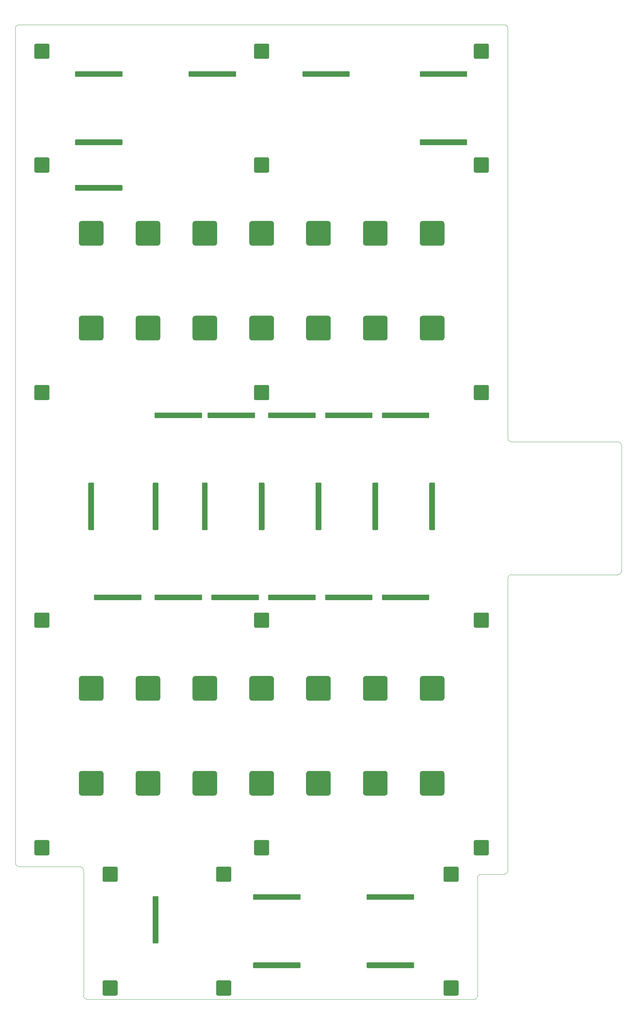
<source format=gbr>
G04 #@! TF.GenerationSoftware,KiCad,Pcbnew,6.0.10+dfsg-1~bpo11+1*
G04 #@! TF.ProjectId,main,6d61696e-2e6b-4696-9361-645f70636258,5.0*
G04 #@! TF.SameCoordinates,Original*
G04 #@! TF.FileFunction,Soldermask,Bot*
G04 #@! TF.FilePolarity,Negative*
%FSLAX46Y46*%
G04 Gerber Fmt 4.6, Leading zero omitted, Abs format (unit mm)*
%MOMM*%
%LPD*%
G01*
G04 APERTURE LIST*
G04 #@! TA.AperFunction,Profile*
%ADD10C,0.120000*%
G04 #@! TD*
G04 APERTURE END LIST*
D10*
X94280000Y-276320000D02*
X94280000Y-243320000D01*
X198280000Y-245320000D02*
X198280000Y-276320000D01*
X235280000Y-165320000D02*
X207280000Y-165320000D01*
X197280000Y-277320000D02*
X95280000Y-277320000D01*
X93280000Y-242320000D02*
X77280000Y-242320000D01*
X206280000Y-21320000D02*
X206280000Y-129320000D01*
X76280000Y-241320000D02*
X76280000Y-21320000D01*
X207280000Y-130320000D02*
X235280000Y-130320000D01*
X236280000Y-131320000D02*
X236280000Y-164320000D01*
X206280000Y-166320000D02*
X206280000Y-243320000D01*
X77280000Y-20320000D02*
X205280000Y-20320000D01*
X205280000Y-244320000D02*
X199280000Y-244320000D01*
X206280000Y-129320000D02*
G75*
G03*
X207280000Y-130320000I1000000J0D01*
G01*
X206280000Y-21320000D02*
G75*
G03*
X205280000Y-20320000I-1000000J0D01*
G01*
X207280000Y-165320000D02*
G75*
G03*
X206280000Y-166320000I0J-1000000D01*
G01*
X205280000Y-244320000D02*
G75*
G03*
X206280000Y-243320000I0J1000000D01*
G01*
X94280000Y-243320000D02*
G75*
G03*
X93280000Y-242320000I-1000000J0D01*
G01*
X199280000Y-244320000D02*
G75*
G03*
X198280000Y-245320000I0J-1000000D01*
G01*
X197280000Y-277320000D02*
G75*
G03*
X198280000Y-276320000I0J1000000D01*
G01*
X76280000Y-241320000D02*
G75*
G03*
X77280000Y-242320000I999999J-1D01*
G01*
X235280000Y-165320000D02*
G75*
G03*
X236280000Y-164320000I0J1000000D01*
G01*
X77280000Y-20320000D02*
G75*
G03*
X76280000Y-21320000I-1J-999999D01*
G01*
X236280000Y-131320000D02*
G75*
G03*
X235280000Y-130320000I-1000000J0D01*
G01*
X94280000Y-276320000D02*
G75*
G03*
X95280000Y-277320000I1000000J0D01*
G01*
G36*
G01*
X99280000Y-275920000D02*
X99280000Y-272720000D01*
G75*
G02*
X99680000Y-272320000I400000J0D01*
G01*
X102880000Y-272320000D01*
G75*
G02*
X103280000Y-272720000I0J-400000D01*
G01*
X103280000Y-275920000D01*
G75*
G02*
X102880000Y-276320000I-400000J0D01*
G01*
X99680000Y-276320000D01*
G75*
G02*
X99280000Y-275920000I0J400000D01*
G01*
G37*
G36*
G01*
X139280000Y-178920000D02*
X139280000Y-175720000D01*
G75*
G02*
X139680000Y-175320000I400000J0D01*
G01*
X142880000Y-175320000D01*
G75*
G02*
X143280000Y-175720000I0J-400000D01*
G01*
X143280000Y-178920000D01*
G75*
G02*
X142880000Y-179320000I-400000J0D01*
G01*
X139680000Y-179320000D01*
G75*
G02*
X139280000Y-178920000I0J400000D01*
G01*
G37*
G36*
G01*
X81280000Y-238920000D02*
X81280000Y-235720000D01*
G75*
G02*
X81680000Y-235320000I400000J0D01*
G01*
X84880000Y-235320000D01*
G75*
G02*
X85280000Y-235720000I0J-400000D01*
G01*
X85280000Y-238920000D01*
G75*
G02*
X84880000Y-239320000I-400000J0D01*
G01*
X81680000Y-239320000D01*
G75*
G02*
X81280000Y-238920000I0J400000D01*
G01*
G37*
G36*
G01*
X81280000Y-178920000D02*
X81280000Y-175720000D01*
G75*
G02*
X81680000Y-175320000I400000J0D01*
G01*
X84880000Y-175320000D01*
G75*
G02*
X85280000Y-175720000I0J-400000D01*
G01*
X85280000Y-178920000D01*
G75*
G02*
X84880000Y-179320000I-400000J0D01*
G01*
X81680000Y-179320000D01*
G75*
G02*
X81280000Y-178920000I0J400000D01*
G01*
G37*
G36*
G01*
X189280000Y-275920000D02*
X189280000Y-272720000D01*
G75*
G02*
X189680000Y-272320000I400000J0D01*
G01*
X192880000Y-272320000D01*
G75*
G02*
X193280000Y-272720000I0J-400000D01*
G01*
X193280000Y-275920000D01*
G75*
G02*
X192880000Y-276320000I-400000J0D01*
G01*
X189680000Y-276320000D01*
G75*
G02*
X189280000Y-275920000I0J400000D01*
G01*
G37*
G36*
G01*
X129280000Y-245920000D02*
X129280000Y-242720000D01*
G75*
G02*
X129680000Y-242320000I400000J0D01*
G01*
X132880000Y-242320000D01*
G75*
G02*
X133280000Y-242720000I0J-400000D01*
G01*
X133280000Y-245920000D01*
G75*
G02*
X132880000Y-246320000I-400000J0D01*
G01*
X129680000Y-246320000D01*
G75*
G02*
X129280000Y-245920000I0J400000D01*
G01*
G37*
G36*
G01*
X139280000Y-58920000D02*
X139280000Y-55720000D01*
G75*
G02*
X139680000Y-55320000I400000J0D01*
G01*
X142880000Y-55320000D01*
G75*
G02*
X143280000Y-55720000I0J-400000D01*
G01*
X143280000Y-58920000D01*
G75*
G02*
X142880000Y-59320000I-400000J0D01*
G01*
X139680000Y-59320000D01*
G75*
G02*
X139280000Y-58920000I0J400000D01*
G01*
G37*
G36*
G01*
X139280000Y-118920000D02*
X139280000Y-115720000D01*
G75*
G02*
X139680000Y-115320000I400000J0D01*
G01*
X142880000Y-115320000D01*
G75*
G02*
X143280000Y-115720000I0J-400000D01*
G01*
X143280000Y-118920000D01*
G75*
G02*
X142880000Y-119320000I-400000J0D01*
G01*
X139680000Y-119320000D01*
G75*
G02*
X139280000Y-118920000I0J400000D01*
G01*
G37*
G36*
G01*
X197280000Y-28920000D02*
X197280000Y-25720000D01*
G75*
G02*
X197680000Y-25320000I400000J0D01*
G01*
X200880000Y-25320000D01*
G75*
G02*
X201280000Y-25720000I0J-400000D01*
G01*
X201280000Y-28920000D01*
G75*
G02*
X200880000Y-29320000I-400000J0D01*
G01*
X197680000Y-29320000D01*
G75*
G02*
X197280000Y-28920000I0J400000D01*
G01*
G37*
G36*
G01*
X197280000Y-178920000D02*
X197280000Y-175720000D01*
G75*
G02*
X197680000Y-175320000I400000J0D01*
G01*
X200880000Y-175320000D01*
G75*
G02*
X201280000Y-175720000I0J-400000D01*
G01*
X201280000Y-178920000D01*
G75*
G02*
X200880000Y-179320000I-400000J0D01*
G01*
X197680000Y-179320000D01*
G75*
G02*
X197280000Y-178920000I0J400000D01*
G01*
G37*
G36*
G01*
X99280000Y-245920000D02*
X99280000Y-242720000D01*
G75*
G02*
X99680000Y-242320000I400000J0D01*
G01*
X102880000Y-242320000D01*
G75*
G02*
X103280000Y-242720000I0J-400000D01*
G01*
X103280000Y-245920000D01*
G75*
G02*
X102880000Y-246320000I-400000J0D01*
G01*
X99680000Y-246320000D01*
G75*
G02*
X99280000Y-245920000I0J400000D01*
G01*
G37*
G36*
G01*
X81280000Y-118920000D02*
X81280000Y-115720000D01*
G75*
G02*
X81680000Y-115320000I400000J0D01*
G01*
X84880000Y-115320000D01*
G75*
G02*
X85280000Y-115720000I0J-400000D01*
G01*
X85280000Y-118920000D01*
G75*
G02*
X84880000Y-119320000I-400000J0D01*
G01*
X81680000Y-119320000D01*
G75*
G02*
X81280000Y-118920000I0J400000D01*
G01*
G37*
G36*
G01*
X189280000Y-245920000D02*
X189280000Y-242720000D01*
G75*
G02*
X189680000Y-242320000I400000J0D01*
G01*
X192880000Y-242320000D01*
G75*
G02*
X193280000Y-242720000I0J-400000D01*
G01*
X193280000Y-245920000D01*
G75*
G02*
X192880000Y-246320000I-400000J0D01*
G01*
X189680000Y-246320000D01*
G75*
G02*
X189280000Y-245920000I0J400000D01*
G01*
G37*
G36*
G01*
X129280000Y-275920000D02*
X129280000Y-272720000D01*
G75*
G02*
X129680000Y-272320000I400000J0D01*
G01*
X132880000Y-272320000D01*
G75*
G02*
X133280000Y-272720000I0J-400000D01*
G01*
X133280000Y-275920000D01*
G75*
G02*
X132880000Y-276320000I-400000J0D01*
G01*
X129680000Y-276320000D01*
G75*
G02*
X129280000Y-275920000I0J400000D01*
G01*
G37*
G36*
G01*
X139280000Y-28920000D02*
X139280000Y-25720000D01*
G75*
G02*
X139680000Y-25320000I400000J0D01*
G01*
X142880000Y-25320000D01*
G75*
G02*
X143280000Y-25720000I0J-400000D01*
G01*
X143280000Y-28920000D01*
G75*
G02*
X142880000Y-29320000I-400000J0D01*
G01*
X139680000Y-29320000D01*
G75*
G02*
X139280000Y-28920000I0J400000D01*
G01*
G37*
G36*
G01*
X81280000Y-58920000D02*
X81280000Y-55720000D01*
G75*
G02*
X81680000Y-55320000I400000J0D01*
G01*
X84880000Y-55320000D01*
G75*
G02*
X85280000Y-55720000I0J-400000D01*
G01*
X85280000Y-58920000D01*
G75*
G02*
X84880000Y-59320000I-400000J0D01*
G01*
X81680000Y-59320000D01*
G75*
G02*
X81280000Y-58920000I0J400000D01*
G01*
G37*
G36*
G01*
X197280000Y-238920000D02*
X197280000Y-235720000D01*
G75*
G02*
X197680000Y-235320000I400000J0D01*
G01*
X200880000Y-235320000D01*
G75*
G02*
X201280000Y-235720000I0J-400000D01*
G01*
X201280000Y-238920000D01*
G75*
G02*
X200880000Y-239320000I-400000J0D01*
G01*
X197680000Y-239320000D01*
G75*
G02*
X197280000Y-238920000I0J400000D01*
G01*
G37*
G36*
G01*
X197280000Y-118920000D02*
X197280000Y-115720000D01*
G75*
G02*
X197680000Y-115320000I400000J0D01*
G01*
X200880000Y-115320000D01*
G75*
G02*
X201280000Y-115720000I0J-400000D01*
G01*
X201280000Y-118920000D01*
G75*
G02*
X200880000Y-119320000I-400000J0D01*
G01*
X197680000Y-119320000D01*
G75*
G02*
X197280000Y-118920000I0J400000D01*
G01*
G37*
G36*
G01*
X197280000Y-58920000D02*
X197280000Y-55720000D01*
G75*
G02*
X197680000Y-55320000I400000J0D01*
G01*
X200880000Y-55320000D01*
G75*
G02*
X201280000Y-55720000I0J-400000D01*
G01*
X201280000Y-58920000D01*
G75*
G02*
X200880000Y-59320000I-400000J0D01*
G01*
X197680000Y-59320000D01*
G75*
G02*
X197280000Y-58920000I0J400000D01*
G01*
G37*
G36*
G01*
X81280000Y-28920000D02*
X81280000Y-25720000D01*
G75*
G02*
X81680000Y-25320000I400000J0D01*
G01*
X84880000Y-25320000D01*
G75*
G02*
X85280000Y-25720000I0J-400000D01*
G01*
X85280000Y-28920000D01*
G75*
G02*
X84880000Y-29320000I-400000J0D01*
G01*
X81680000Y-29320000D01*
G75*
G02*
X81280000Y-28920000I0J400000D01*
G01*
G37*
G36*
G01*
X139280000Y-238920000D02*
X139280000Y-235720000D01*
G75*
G02*
X139680000Y-235320000I400000J0D01*
G01*
X142880000Y-235320000D01*
G75*
G02*
X143280000Y-235720000I0J-400000D01*
G01*
X143280000Y-238920000D01*
G75*
G02*
X142880000Y-239320000I-400000J0D01*
G01*
X139680000Y-239320000D01*
G75*
G02*
X139280000Y-238920000I0J400000D01*
G01*
G37*
G36*
G01*
X183030000Y-33920000D02*
X183030000Y-32720000D01*
G75*
G02*
X183180000Y-32570000I150000J0D01*
G01*
X195380000Y-32570000D01*
G75*
G02*
X195530000Y-32720000I0J-150000D01*
G01*
X195530000Y-33920000D01*
G75*
G02*
X195380000Y-34070000I-150000J0D01*
G01*
X183180000Y-34070000D01*
G75*
G02*
X183030000Y-33920000I0J150000D01*
G01*
G37*
G36*
G01*
X139030000Y-268920000D02*
X139030000Y-267720000D01*
G75*
G02*
X139180000Y-267570000I150000J0D01*
G01*
X151380000Y-267570000D01*
G75*
G02*
X151530000Y-267720000I0J-150000D01*
G01*
X151530000Y-268920000D01*
G75*
G02*
X151380000Y-269070000I-150000J0D01*
G01*
X139180000Y-269070000D01*
G75*
G02*
X139030000Y-268920000I0J150000D01*
G01*
G37*
G36*
G01*
X140680000Y-141070000D02*
X141880000Y-141070000D01*
G75*
G02*
X142030000Y-141220000I0J-150000D01*
G01*
X142030000Y-153420000D01*
G75*
G02*
X141880000Y-153570000I-150000J0D01*
G01*
X140680000Y-153570000D01*
G75*
G02*
X140530000Y-153420000I0J150000D01*
G01*
X140530000Y-141220000D01*
G75*
G02*
X140680000Y-141070000I150000J0D01*
G01*
G37*
G36*
G01*
X104530000Y-32720000D02*
X104530000Y-33920000D01*
G75*
G02*
X104380000Y-34070000I-150000J0D01*
G01*
X92180000Y-34070000D01*
G75*
G02*
X92030000Y-33920000I0J150000D01*
G01*
X92030000Y-32720000D01*
G75*
G02*
X92180000Y-32570000I150000J0D01*
G01*
X104380000Y-32570000D01*
G75*
G02*
X104530000Y-32720000I0J-150000D01*
G01*
G37*
G36*
G01*
X159530000Y-217720000D02*
X159530000Y-222920000D01*
G75*
G02*
X158880000Y-223570000I-650000J0D01*
G01*
X153680000Y-223570000D01*
G75*
G02*
X153030000Y-222920000I0J650000D01*
G01*
X153030000Y-217720000D01*
G75*
G02*
X153680000Y-217070000I650000J0D01*
G01*
X158880000Y-217070000D01*
G75*
G02*
X159530000Y-217720000I0J-650000D01*
G01*
G37*
G36*
G01*
X126880000Y-153570000D02*
X125680000Y-153570000D01*
G75*
G02*
X125530000Y-153420000I0J150000D01*
G01*
X125530000Y-141220000D01*
G75*
G02*
X125680000Y-141070000I150000J0D01*
G01*
X126880000Y-141070000D01*
G75*
G02*
X127030000Y-141220000I0J-150000D01*
G01*
X127030000Y-153420000D01*
G75*
G02*
X126880000Y-153570000I-150000J0D01*
G01*
G37*
G36*
G01*
X174530000Y-97720000D02*
X174530000Y-102920000D01*
G75*
G02*
X173880000Y-103570000I-650000J0D01*
G01*
X168680000Y-103570000D01*
G75*
G02*
X168030000Y-102920000I0J650000D01*
G01*
X168030000Y-97720000D01*
G75*
G02*
X168680000Y-97070000I650000J0D01*
G01*
X173880000Y-97070000D01*
G75*
G02*
X174530000Y-97720000I0J-650000D01*
G01*
G37*
G36*
G01*
X104530000Y-62720000D02*
X104530000Y-63920000D01*
G75*
G02*
X104380000Y-64070000I-150000J0D01*
G01*
X92180000Y-64070000D01*
G75*
G02*
X92030000Y-63920000I0J150000D01*
G01*
X92030000Y-62720000D01*
G75*
G02*
X92180000Y-62570000I150000J0D01*
G01*
X104380000Y-62570000D01*
G75*
G02*
X104530000Y-62720000I0J-150000D01*
G01*
G37*
G36*
G01*
X189530000Y-72720000D02*
X189530000Y-77920000D01*
G75*
G02*
X188880000Y-78570000I-650000J0D01*
G01*
X183680000Y-78570000D01*
G75*
G02*
X183030000Y-77920000I0J650000D01*
G01*
X183030000Y-72720000D01*
G75*
G02*
X183680000Y-72070000I650000J0D01*
G01*
X188880000Y-72070000D01*
G75*
G02*
X189530000Y-72720000I0J-650000D01*
G01*
G37*
G36*
G01*
X174530000Y-192720000D02*
X174530000Y-197920000D01*
G75*
G02*
X173880000Y-198570000I-650000J0D01*
G01*
X168680000Y-198570000D01*
G75*
G02*
X168030000Y-197920000I0J650000D01*
G01*
X168030000Y-192720000D01*
G75*
G02*
X168680000Y-192070000I650000J0D01*
G01*
X173880000Y-192070000D01*
G75*
G02*
X174530000Y-192720000I0J-650000D01*
G01*
G37*
G36*
G01*
X99530000Y-72720000D02*
X99530000Y-77920000D01*
G75*
G02*
X98880000Y-78570000I-650000J0D01*
G01*
X93680000Y-78570000D01*
G75*
G02*
X93030000Y-77920000I0J650000D01*
G01*
X93030000Y-72720000D01*
G75*
G02*
X93680000Y-72070000I650000J0D01*
G01*
X98880000Y-72070000D01*
G75*
G02*
X99530000Y-72720000I0J-650000D01*
G01*
G37*
G36*
G01*
X139530000Y-122720000D02*
X139530000Y-123920000D01*
G75*
G02*
X139380000Y-124070000I-150000J0D01*
G01*
X127180000Y-124070000D01*
G75*
G02*
X127030000Y-123920000I0J150000D01*
G01*
X127030000Y-122720000D01*
G75*
G02*
X127180000Y-122570000I150000J0D01*
G01*
X139380000Y-122570000D01*
G75*
G02*
X139530000Y-122720000I0J-150000D01*
G01*
G37*
G36*
G01*
X125530000Y-122720000D02*
X125530000Y-123920000D01*
G75*
G02*
X125380000Y-124070000I-150000J0D01*
G01*
X113180000Y-124070000D01*
G75*
G02*
X113030000Y-123920000I0J150000D01*
G01*
X113030000Y-122720000D01*
G75*
G02*
X113180000Y-122570000I150000J0D01*
G01*
X125380000Y-122570000D01*
G75*
G02*
X125530000Y-122720000I0J-150000D01*
G01*
G37*
G36*
G01*
X129530000Y-192720000D02*
X129530000Y-197920000D01*
G75*
G02*
X128880000Y-198570000I-650000J0D01*
G01*
X123680000Y-198570000D01*
G75*
G02*
X123030000Y-197920000I0J650000D01*
G01*
X123030000Y-192720000D01*
G75*
G02*
X123680000Y-192070000I650000J0D01*
G01*
X128880000Y-192070000D01*
G75*
G02*
X129530000Y-192720000I0J-650000D01*
G01*
G37*
G36*
G01*
X151530000Y-249720000D02*
X151530000Y-250920000D01*
G75*
G02*
X151380000Y-251070000I-150000J0D01*
G01*
X139180000Y-251070000D01*
G75*
G02*
X139030000Y-250920000I0J150000D01*
G01*
X139030000Y-249720000D01*
G75*
G02*
X139180000Y-249570000I150000J0D01*
G01*
X151380000Y-249570000D01*
G75*
G02*
X151530000Y-249720000I0J-150000D01*
G01*
G37*
G36*
G01*
X92030000Y-51920000D02*
X92030000Y-50720000D01*
G75*
G02*
X92180000Y-50570000I150000J0D01*
G01*
X104380000Y-50570000D01*
G75*
G02*
X104530000Y-50720000I0J-150000D01*
G01*
X104530000Y-51920000D01*
G75*
G02*
X104380000Y-52070000I-150000J0D01*
G01*
X92180000Y-52070000D01*
G75*
G02*
X92030000Y-51920000I0J150000D01*
G01*
G37*
G36*
G01*
X144530000Y-192720000D02*
X144530000Y-197920000D01*
G75*
G02*
X143880000Y-198570000I-650000J0D01*
G01*
X138680000Y-198570000D01*
G75*
G02*
X138030000Y-197920000I0J650000D01*
G01*
X138030000Y-192720000D01*
G75*
G02*
X138680000Y-192070000I650000J0D01*
G01*
X143880000Y-192070000D01*
G75*
G02*
X144530000Y-192720000I0J-650000D01*
G01*
G37*
G36*
G01*
X144530000Y-72720000D02*
X144530000Y-77920000D01*
G75*
G02*
X143880000Y-78570000I-650000J0D01*
G01*
X138680000Y-78570000D01*
G75*
G02*
X138030000Y-77920000I0J650000D01*
G01*
X138030000Y-72720000D01*
G75*
G02*
X138680000Y-72070000I650000J0D01*
G01*
X143880000Y-72070000D01*
G75*
G02*
X144530000Y-72720000I0J-650000D01*
G01*
G37*
G36*
G01*
X129530000Y-217720000D02*
X129530000Y-222920000D01*
G75*
G02*
X128880000Y-223570000I-650000J0D01*
G01*
X123680000Y-223570000D01*
G75*
G02*
X123030000Y-222920000I0J650000D01*
G01*
X123030000Y-217720000D01*
G75*
G02*
X123680000Y-217070000I650000J0D01*
G01*
X128880000Y-217070000D01*
G75*
G02*
X129530000Y-217720000I0J-650000D01*
G01*
G37*
G36*
G01*
X113880000Y-153570000D02*
X112680000Y-153570000D01*
G75*
G02*
X112530000Y-153420000I0J150000D01*
G01*
X112530000Y-141220000D01*
G75*
G02*
X112680000Y-141070000I150000J0D01*
G01*
X113880000Y-141070000D01*
G75*
G02*
X114030000Y-141220000I0J-150000D01*
G01*
X114030000Y-153420000D01*
G75*
G02*
X113880000Y-153570000I-150000J0D01*
G01*
G37*
G36*
G01*
X122030000Y-33920000D02*
X122030000Y-32720000D01*
G75*
G02*
X122180000Y-32570000I150000J0D01*
G01*
X134380000Y-32570000D01*
G75*
G02*
X134530000Y-32720000I0J-150000D01*
G01*
X134530000Y-33920000D01*
G75*
G02*
X134380000Y-34070000I-150000J0D01*
G01*
X122180000Y-34070000D01*
G75*
G02*
X122030000Y-33920000I0J150000D01*
G01*
G37*
G36*
G01*
X155530000Y-122720000D02*
X155530000Y-123920000D01*
G75*
G02*
X155380000Y-124070000I-150000J0D01*
G01*
X143180000Y-124070000D01*
G75*
G02*
X143030000Y-123920000I0J150000D01*
G01*
X143030000Y-122720000D01*
G75*
G02*
X143180000Y-122570000I150000J0D01*
G01*
X155380000Y-122570000D01*
G75*
G02*
X155530000Y-122720000I0J-150000D01*
G01*
G37*
G36*
G01*
X114530000Y-97720000D02*
X114530000Y-102920000D01*
G75*
G02*
X113880000Y-103570000I-650000J0D01*
G01*
X108680000Y-103570000D01*
G75*
G02*
X108030000Y-102920000I0J650000D01*
G01*
X108030000Y-97720000D01*
G75*
G02*
X108680000Y-97070000I650000J0D01*
G01*
X113880000Y-97070000D01*
G75*
G02*
X114530000Y-97720000I0J-650000D01*
G01*
G37*
G36*
G01*
X170530000Y-122720000D02*
X170530000Y-123920000D01*
G75*
G02*
X170380000Y-124070000I-150000J0D01*
G01*
X158180000Y-124070000D01*
G75*
G02*
X158030000Y-123920000I0J150000D01*
G01*
X158030000Y-122720000D01*
G75*
G02*
X158180000Y-122570000I150000J0D01*
G01*
X170380000Y-122570000D01*
G75*
G02*
X170530000Y-122720000I0J-150000D01*
G01*
G37*
G36*
G01*
X155530000Y-170720000D02*
X155530000Y-171920000D01*
G75*
G02*
X155380000Y-172070000I-150000J0D01*
G01*
X143180000Y-172070000D01*
G75*
G02*
X143030000Y-171920000I0J150000D01*
G01*
X143030000Y-170720000D01*
G75*
G02*
X143180000Y-170570000I150000J0D01*
G01*
X155380000Y-170570000D01*
G75*
G02*
X155530000Y-170720000I0J-150000D01*
G01*
G37*
G36*
G01*
X99530000Y-97720000D02*
X99530000Y-102920000D01*
G75*
G02*
X98880000Y-103570000I-650000J0D01*
G01*
X93680000Y-103570000D01*
G75*
G02*
X93030000Y-102920000I0J650000D01*
G01*
X93030000Y-97720000D01*
G75*
G02*
X93680000Y-97070000I650000J0D01*
G01*
X98880000Y-97070000D01*
G75*
G02*
X99530000Y-97720000I0J-650000D01*
G01*
G37*
G36*
G01*
X174530000Y-217720000D02*
X174530000Y-222920000D01*
G75*
G02*
X173880000Y-223570000I-650000J0D01*
G01*
X168680000Y-223570000D01*
G75*
G02*
X168030000Y-222920000I0J650000D01*
G01*
X168030000Y-217720000D01*
G75*
G02*
X168680000Y-217070000I650000J0D01*
G01*
X173880000Y-217070000D01*
G75*
G02*
X174530000Y-217720000I0J-650000D01*
G01*
G37*
G36*
G01*
X114530000Y-192720000D02*
X114530000Y-197920000D01*
G75*
G02*
X113880000Y-198570000I-650000J0D01*
G01*
X108680000Y-198570000D01*
G75*
G02*
X108030000Y-197920000I0J650000D01*
G01*
X108030000Y-192720000D01*
G75*
G02*
X108680000Y-192070000I650000J0D01*
G01*
X113880000Y-192070000D01*
G75*
G02*
X114530000Y-192720000I0J-650000D01*
G01*
G37*
G36*
G01*
X189530000Y-97720000D02*
X189530000Y-102920000D01*
G75*
G02*
X188880000Y-103570000I-650000J0D01*
G01*
X183680000Y-103570000D01*
G75*
G02*
X183030000Y-102920000I0J650000D01*
G01*
X183030000Y-97720000D01*
G75*
G02*
X183680000Y-97070000I650000J0D01*
G01*
X188880000Y-97070000D01*
G75*
G02*
X189530000Y-97720000I0J-650000D01*
G01*
G37*
G36*
G01*
X186880000Y-153570000D02*
X185680000Y-153570000D01*
G75*
G02*
X185530000Y-153420000I0J150000D01*
G01*
X185530000Y-141220000D01*
G75*
G02*
X185680000Y-141070000I150000J0D01*
G01*
X186880000Y-141070000D01*
G75*
G02*
X187030000Y-141220000I0J-150000D01*
G01*
X187030000Y-153420000D01*
G75*
G02*
X186880000Y-153570000I-150000J0D01*
G01*
G37*
G36*
G01*
X159530000Y-97720000D02*
X159530000Y-102920000D01*
G75*
G02*
X158880000Y-103570000I-650000J0D01*
G01*
X153680000Y-103570000D01*
G75*
G02*
X153030000Y-102920000I0J650000D01*
G01*
X153030000Y-97720000D01*
G75*
G02*
X153680000Y-97070000I650000J0D01*
G01*
X158880000Y-97070000D01*
G75*
G02*
X159530000Y-97720000I0J-650000D01*
G01*
G37*
G36*
G01*
X189530000Y-192720000D02*
X189530000Y-197920000D01*
G75*
G02*
X188880000Y-198570000I-650000J0D01*
G01*
X183680000Y-198570000D01*
G75*
G02*
X183030000Y-197920000I0J650000D01*
G01*
X183030000Y-192720000D01*
G75*
G02*
X183680000Y-192070000I650000J0D01*
G01*
X188880000Y-192070000D01*
G75*
G02*
X189530000Y-192720000I0J-650000D01*
G01*
G37*
G36*
G01*
X174530000Y-72720000D02*
X174530000Y-77920000D01*
G75*
G02*
X173880000Y-78570000I-650000J0D01*
G01*
X168680000Y-78570000D01*
G75*
G02*
X168030000Y-77920000I0J650000D01*
G01*
X168030000Y-72720000D01*
G75*
G02*
X168680000Y-72070000I650000J0D01*
G01*
X173880000Y-72070000D01*
G75*
G02*
X174530000Y-72720000I0J-650000D01*
G01*
G37*
G36*
G01*
X152030000Y-33920000D02*
X152030000Y-32720000D01*
G75*
G02*
X152180000Y-32570000I150000J0D01*
G01*
X164380000Y-32570000D01*
G75*
G02*
X164530000Y-32720000I0J-150000D01*
G01*
X164530000Y-33920000D01*
G75*
G02*
X164380000Y-34070000I-150000J0D01*
G01*
X152180000Y-34070000D01*
G75*
G02*
X152030000Y-33920000I0J150000D01*
G01*
G37*
G36*
G01*
X96880000Y-153570000D02*
X95680000Y-153570000D01*
G75*
G02*
X95530000Y-153420000I0J150000D01*
G01*
X95530000Y-141220000D01*
G75*
G02*
X95680000Y-141070000I150000J0D01*
G01*
X96880000Y-141070000D01*
G75*
G02*
X97030000Y-141220000I0J-150000D01*
G01*
X97030000Y-153420000D01*
G75*
G02*
X96880000Y-153570000I-150000J0D01*
G01*
G37*
G36*
G01*
X159530000Y-72720000D02*
X159530000Y-77920000D01*
G75*
G02*
X158880000Y-78570000I-650000J0D01*
G01*
X153680000Y-78570000D01*
G75*
G02*
X153030000Y-77920000I0J650000D01*
G01*
X153030000Y-72720000D01*
G75*
G02*
X153680000Y-72070000I650000J0D01*
G01*
X158880000Y-72070000D01*
G75*
G02*
X159530000Y-72720000I0J-650000D01*
G01*
G37*
G36*
G01*
X144530000Y-217720000D02*
X144530000Y-222920000D01*
G75*
G02*
X143880000Y-223570000I-650000J0D01*
G01*
X138680000Y-223570000D01*
G75*
G02*
X138030000Y-222920000I0J650000D01*
G01*
X138030000Y-217720000D01*
G75*
G02*
X138680000Y-217070000I650000J0D01*
G01*
X143880000Y-217070000D01*
G75*
G02*
X144530000Y-217720000I0J-650000D01*
G01*
G37*
G36*
G01*
X189530000Y-217720000D02*
X189530000Y-222920000D01*
G75*
G02*
X188880000Y-223570000I-650000J0D01*
G01*
X183680000Y-223570000D01*
G75*
G02*
X183030000Y-222920000I0J650000D01*
G01*
X183030000Y-217720000D01*
G75*
G02*
X183680000Y-217070000I650000J0D01*
G01*
X188880000Y-217070000D01*
G75*
G02*
X189530000Y-217720000I0J-650000D01*
G01*
G37*
G36*
G01*
X170530000Y-170720000D02*
X170530000Y-171920000D01*
G75*
G02*
X170380000Y-172070000I-150000J0D01*
G01*
X158180000Y-172070000D01*
G75*
G02*
X158030000Y-171920000I0J150000D01*
G01*
X158030000Y-170720000D01*
G75*
G02*
X158180000Y-170570000I150000J0D01*
G01*
X170380000Y-170570000D01*
G75*
G02*
X170530000Y-170720000I0J-150000D01*
G01*
G37*
G36*
G01*
X156880000Y-153570000D02*
X155680000Y-153570000D01*
G75*
G02*
X155530000Y-153420000I0J150000D01*
G01*
X155530000Y-141220000D01*
G75*
G02*
X155680000Y-141070000I150000J0D01*
G01*
X156880000Y-141070000D01*
G75*
G02*
X157030000Y-141220000I0J-150000D01*
G01*
X157030000Y-153420000D01*
G75*
G02*
X156880000Y-153570000I-150000J0D01*
G01*
G37*
G36*
G01*
X109530000Y-170720000D02*
X109530000Y-171920000D01*
G75*
G02*
X109380000Y-172070000I-150000J0D01*
G01*
X97180000Y-172070000D01*
G75*
G02*
X97030000Y-171920000I0J150000D01*
G01*
X97030000Y-170720000D01*
G75*
G02*
X97180000Y-170570000I150000J0D01*
G01*
X109380000Y-170570000D01*
G75*
G02*
X109530000Y-170720000I0J-150000D01*
G01*
G37*
G36*
G01*
X129530000Y-72720000D02*
X129530000Y-77920000D01*
G75*
G02*
X128880000Y-78570000I-650000J0D01*
G01*
X123680000Y-78570000D01*
G75*
G02*
X123030000Y-77920000I0J650000D01*
G01*
X123030000Y-72720000D01*
G75*
G02*
X123680000Y-72070000I650000J0D01*
G01*
X128880000Y-72070000D01*
G75*
G02*
X129530000Y-72720000I0J-650000D01*
G01*
G37*
G36*
G01*
X169030000Y-268920000D02*
X169030000Y-267720000D01*
G75*
G02*
X169180000Y-267570000I150000J0D01*
G01*
X181380000Y-267570000D01*
G75*
G02*
X181530000Y-267720000I0J-150000D01*
G01*
X181530000Y-268920000D01*
G75*
G02*
X181380000Y-269070000I-150000J0D01*
G01*
X169180000Y-269070000D01*
G75*
G02*
X169030000Y-268920000I0J150000D01*
G01*
G37*
G36*
G01*
X129530000Y-97720000D02*
X129530000Y-102920000D01*
G75*
G02*
X128880000Y-103570000I-650000J0D01*
G01*
X123680000Y-103570000D01*
G75*
G02*
X123030000Y-102920000I0J650000D01*
G01*
X123030000Y-97720000D01*
G75*
G02*
X123680000Y-97070000I650000J0D01*
G01*
X128880000Y-97070000D01*
G75*
G02*
X129530000Y-97720000I0J-650000D01*
G01*
G37*
G36*
G01*
X99530000Y-217720000D02*
X99530000Y-222920000D01*
G75*
G02*
X98880000Y-223570000I-650000J0D01*
G01*
X93680000Y-223570000D01*
G75*
G02*
X93030000Y-222920000I0J650000D01*
G01*
X93030000Y-217720000D01*
G75*
G02*
X93680000Y-217070000I650000J0D01*
G01*
X98880000Y-217070000D01*
G75*
G02*
X99530000Y-217720000I0J-650000D01*
G01*
G37*
G36*
G01*
X185530000Y-170720000D02*
X185530000Y-171920000D01*
G75*
G02*
X185380000Y-172070000I-150000J0D01*
G01*
X173180000Y-172070000D01*
G75*
G02*
X173030000Y-171920000I0J150000D01*
G01*
X173030000Y-170720000D01*
G75*
G02*
X173180000Y-170570000I150000J0D01*
G01*
X185380000Y-170570000D01*
G75*
G02*
X185530000Y-170720000I0J-150000D01*
G01*
G37*
G36*
G01*
X112680000Y-250070000D02*
X113880000Y-250070000D01*
G75*
G02*
X114030000Y-250220000I0J-150000D01*
G01*
X114030000Y-262420000D01*
G75*
G02*
X113880000Y-262570000I-150000J0D01*
G01*
X112680000Y-262570000D01*
G75*
G02*
X112530000Y-262420000I0J150000D01*
G01*
X112530000Y-250220000D01*
G75*
G02*
X112680000Y-250070000I150000J0D01*
G01*
G37*
G36*
G01*
X114530000Y-72720000D02*
X114530000Y-77920000D01*
G75*
G02*
X113880000Y-78570000I-650000J0D01*
G01*
X108680000Y-78570000D01*
G75*
G02*
X108030000Y-77920000I0J650000D01*
G01*
X108030000Y-72720000D01*
G75*
G02*
X108680000Y-72070000I650000J0D01*
G01*
X113880000Y-72070000D01*
G75*
G02*
X114530000Y-72720000I0J-650000D01*
G01*
G37*
G36*
G01*
X144530000Y-97720000D02*
X144530000Y-102920000D01*
G75*
G02*
X143880000Y-103570000I-650000J0D01*
G01*
X138680000Y-103570000D01*
G75*
G02*
X138030000Y-102920000I0J650000D01*
G01*
X138030000Y-97720000D01*
G75*
G02*
X138680000Y-97070000I650000J0D01*
G01*
X143880000Y-97070000D01*
G75*
G02*
X144530000Y-97720000I0J-650000D01*
G01*
G37*
G36*
G01*
X183030000Y-51920000D02*
X183030000Y-50720000D01*
G75*
G02*
X183180000Y-50570000I150000J0D01*
G01*
X195380000Y-50570000D01*
G75*
G02*
X195530000Y-50720000I0J-150000D01*
G01*
X195530000Y-51920000D01*
G75*
G02*
X195380000Y-52070000I-150000J0D01*
G01*
X183180000Y-52070000D01*
G75*
G02*
X183030000Y-51920000I0J150000D01*
G01*
G37*
G36*
G01*
X159530000Y-192720000D02*
X159530000Y-197920000D01*
G75*
G02*
X158880000Y-198570000I-650000J0D01*
G01*
X153680000Y-198570000D01*
G75*
G02*
X153030000Y-197920000I0J650000D01*
G01*
X153030000Y-192720000D01*
G75*
G02*
X153680000Y-192070000I650000J0D01*
G01*
X158880000Y-192070000D01*
G75*
G02*
X159530000Y-192720000I0J-650000D01*
G01*
G37*
G36*
G01*
X169030000Y-250920000D02*
X169030000Y-249720000D01*
G75*
G02*
X169180000Y-249570000I150000J0D01*
G01*
X181380000Y-249570000D01*
G75*
G02*
X181530000Y-249720000I0J-150000D01*
G01*
X181530000Y-250920000D01*
G75*
G02*
X181380000Y-251070000I-150000J0D01*
G01*
X169180000Y-251070000D01*
G75*
G02*
X169030000Y-250920000I0J150000D01*
G01*
G37*
G36*
G01*
X125530000Y-170720000D02*
X125530000Y-171920000D01*
G75*
G02*
X125380000Y-172070000I-150000J0D01*
G01*
X113180000Y-172070000D01*
G75*
G02*
X113030000Y-171920000I0J150000D01*
G01*
X113030000Y-170720000D01*
G75*
G02*
X113180000Y-170570000I150000J0D01*
G01*
X125380000Y-170570000D01*
G75*
G02*
X125530000Y-170720000I0J-150000D01*
G01*
G37*
G36*
G01*
X185530000Y-122720000D02*
X185530000Y-123920000D01*
G75*
G02*
X185380000Y-124070000I-150000J0D01*
G01*
X173180000Y-124070000D01*
G75*
G02*
X173030000Y-123920000I0J150000D01*
G01*
X173030000Y-122720000D01*
G75*
G02*
X173180000Y-122570000I150000J0D01*
G01*
X185380000Y-122570000D01*
G75*
G02*
X185530000Y-122720000I0J-150000D01*
G01*
G37*
G36*
G01*
X114530000Y-217720000D02*
X114530000Y-222920000D01*
G75*
G02*
X113880000Y-223570000I-650000J0D01*
G01*
X108680000Y-223570000D01*
G75*
G02*
X108030000Y-222920000I0J650000D01*
G01*
X108030000Y-217720000D01*
G75*
G02*
X108680000Y-217070000I650000J0D01*
G01*
X113880000Y-217070000D01*
G75*
G02*
X114530000Y-217720000I0J-650000D01*
G01*
G37*
G36*
G01*
X171880000Y-153570000D02*
X170680000Y-153570000D01*
G75*
G02*
X170530000Y-153420000I0J150000D01*
G01*
X170530000Y-141220000D01*
G75*
G02*
X170680000Y-141070000I150000J0D01*
G01*
X171880000Y-141070000D01*
G75*
G02*
X172030000Y-141220000I0J-150000D01*
G01*
X172030000Y-153420000D01*
G75*
G02*
X171880000Y-153570000I-150000J0D01*
G01*
G37*
G36*
G01*
X99530000Y-192720000D02*
X99530000Y-197920000D01*
G75*
G02*
X98880000Y-198570000I-650000J0D01*
G01*
X93680000Y-198570000D01*
G75*
G02*
X93030000Y-197920000I0J650000D01*
G01*
X93030000Y-192720000D01*
G75*
G02*
X93680000Y-192070000I650000J0D01*
G01*
X98880000Y-192070000D01*
G75*
G02*
X99530000Y-192720000I0J-650000D01*
G01*
G37*
G36*
G01*
X140530000Y-170720000D02*
X140530000Y-171920000D01*
G75*
G02*
X140380000Y-172070000I-150000J0D01*
G01*
X128180000Y-172070000D01*
G75*
G02*
X128030000Y-171920000I0J150000D01*
G01*
X128030000Y-170720000D01*
G75*
G02*
X128180000Y-170570000I150000J0D01*
G01*
X140380000Y-170570000D01*
G75*
G02*
X140530000Y-170720000I0J-150000D01*
G01*
G37*
M02*

</source>
